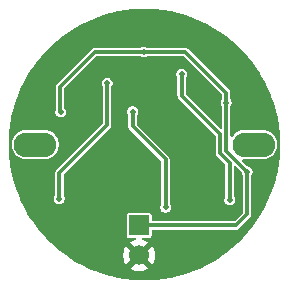
<source format=gbr>
%TF.GenerationSoftware,KiCad,Pcbnew,9.0.1*%
%TF.CreationDate,2025-10-15T21:57:33+02:00*%
%TF.ProjectId,Air_pump_controler,4169725f-7075-46d7-905f-636f6e74726f,0.1*%
%TF.SameCoordinates,Original*%
%TF.FileFunction,Copper,L2,Bot*%
%TF.FilePolarity,Positive*%
%FSLAX46Y46*%
G04 Gerber Fmt 4.6, Leading zero omitted, Abs format (unit mm)*
G04 Created by KiCad (PCBNEW 9.0.1) date 2025-10-15 21:57:33*
%MOMM*%
%LPD*%
G01*
G04 APERTURE LIST*
%TA.AperFunction,ComponentPad*%
%ADD10O,3.600000X2.100000*%
%TD*%
%TA.AperFunction,ComponentPad*%
%ADD11C,1.700000*%
%TD*%
%TA.AperFunction,ComponentPad*%
%ADD12R,1.700000X1.700000*%
%TD*%
%TA.AperFunction,ViaPad*%
%ADD13C,0.500000*%
%TD*%
%TA.AperFunction,Conductor*%
%ADD14C,0.300000*%
%TD*%
G04 APERTURE END LIST*
D10*
%TO.P,J4,1,Pin_1*%
%TO.N,Net-(D1-A)*%
X166650000Y-89300000D03*
%TO.P,J4,2,Pin_2*%
%TO.N,Net-(D1-K)*%
X148150000Y-89300000D03*
%TD*%
D11*
%TO.P,J2,2,Pin_2*%
%TO.N,GND*%
X156950001Y-98690000D03*
D12*
%TO.P,J2,1,Pin_1*%
%TO.N,+5V*%
X156950000Y-96150000D03*
%TD*%
D13*
%TO.N,GND*%
X161950000Y-95200000D03*
X155650000Y-85750000D03*
X155550000Y-82450000D03*
X159700000Y-87200000D03*
X161300000Y-87200000D03*
X152800000Y-83950000D03*
X153000000Y-85700000D03*
X151450000Y-85700000D03*
X147750000Y-87250000D03*
%TO.N,/AN_V_IN*%
X154250000Y-84100000D03*
%TO.N,GND*%
X158900000Y-82550000D03*
X162950000Y-86400000D03*
X157700000Y-84650000D03*
X156750000Y-84650000D03*
X157700000Y-83700000D03*
X156750000Y-83700000D03*
X167950000Y-92450000D03*
X162850000Y-98700000D03*
X151800000Y-98450000D03*
X155200000Y-97850000D03*
X159150000Y-98700000D03*
X158150000Y-94600000D03*
X155650000Y-94550000D03*
X153150000Y-95500000D03*
X149650000Y-96150000D03*
X147550000Y-93350000D03*
X149700000Y-91150000D03*
X158400000Y-91400000D03*
X156900000Y-91400000D03*
X155350000Y-91400000D03*
X164100000Y-83550000D03*
X168000000Y-86700000D03*
X157200000Y-78350000D03*
X162500000Y-80050000D03*
X151650000Y-80100000D03*
%TO.N,/LS_SW*%
X156400000Y-86500000D03*
%TO.N,GND*%
X162900000Y-96800000D03*
X162900000Y-95200000D03*
%TO.N,+5V*%
X150300000Y-86550000D03*
X157350000Y-81450000D03*
%TO.N,/LS_SW*%
X159190000Y-94610000D03*
%TO.N,/AN_TEMP*%
X160550000Y-83350000D03*
X164610000Y-93960000D03*
%TO.N,/AN_V_IN*%
X150200000Y-93870000D03*
%TO.N,+5V*%
X164330000Y-85750000D03*
X166100000Y-91600000D03*
%TD*%
D14*
%TO.N,+5V*%
X153200000Y-81450000D02*
X159692356Y-81450000D01*
X150250000Y-84400000D02*
X153200000Y-81450000D01*
X150300000Y-86550000D02*
X150250000Y-86500000D01*
X150250000Y-86500000D02*
X150250000Y-84400000D01*
%TO.N,/LS_SW*%
X156400000Y-86500000D02*
X156400000Y-87750000D01*
X156400000Y-87750000D02*
X159190000Y-90540000D01*
X159190000Y-90540000D02*
X159190000Y-94610000D01*
%TO.N,/AN_V_IN*%
X154250000Y-87650000D02*
X150200000Y-91700000D01*
X154250000Y-84100000D02*
X154250000Y-87650000D01*
X150200000Y-91700000D02*
X150200000Y-93870000D01*
%TO.N,/AN_TEMP*%
X164610000Y-90818520D02*
X164610000Y-93960000D01*
X163829000Y-90037521D02*
X164610000Y-90818520D01*
X163790000Y-88390000D02*
X163790000Y-89940000D01*
X163790000Y-89940000D02*
X163829000Y-89979000D01*
X163829000Y-89979000D02*
X163829000Y-90037521D01*
X160550000Y-83350000D02*
X160550000Y-85150000D01*
X160550000Y-85150000D02*
X163790000Y-88390000D01*
%TO.N,+5V*%
X164330000Y-89830000D02*
X166100000Y-91600000D01*
X164330000Y-85750000D02*
X164330000Y-89830000D01*
X164330000Y-84930000D02*
X164330000Y-85750000D01*
X157350000Y-81450000D02*
X160850000Y-81450000D01*
X160850000Y-81450000D02*
X164330000Y-84930000D01*
X165150000Y-96150000D02*
X156950000Y-96150000D01*
X166100000Y-95200000D02*
X165150000Y-96150000D01*
X166100000Y-91600000D02*
X166100000Y-95200000D01*
%TD*%
%TA.AperFunction,Conductor*%
%TO.N,GND*%
G36*
X157725010Y-77805163D02*
G01*
X158364063Y-77841051D01*
X158369015Y-77841470D01*
X159005049Y-77913133D01*
X159009966Y-77913828D01*
X159640981Y-78021043D01*
X159645876Y-78022015D01*
X160269886Y-78164441D01*
X160274690Y-78165681D01*
X160889751Y-78342876D01*
X160894462Y-78344377D01*
X161498645Y-78555790D01*
X161503263Y-78557554D01*
X162094613Y-78802499D01*
X162099136Y-78804523D01*
X162675809Y-79082234D01*
X162680244Y-79084525D01*
X163240432Y-79394130D01*
X163244729Y-79396665D01*
X163786674Y-79737192D01*
X163790793Y-79739943D01*
X164312824Y-80110344D01*
X164316783Y-80113323D01*
X164671051Y-80395843D01*
X164817206Y-80512398D01*
X164821020Y-80515619D01*
X165298249Y-80942097D01*
X165301877Y-80945526D01*
X165754473Y-81398122D01*
X165757902Y-81401750D01*
X166184380Y-81878979D01*
X166187601Y-81882793D01*
X166562069Y-82352361D01*
X166586664Y-82383201D01*
X166589659Y-82387181D01*
X166960045Y-82909190D01*
X166962813Y-82913333D01*
X167063381Y-83073387D01*
X167303332Y-83455267D01*
X167305869Y-83459567D01*
X167615474Y-84019755D01*
X167617765Y-84024190D01*
X167895468Y-84600846D01*
X167897507Y-84605403D01*
X168107366Y-85112048D01*
X168142436Y-85196713D01*
X168144215Y-85201373D01*
X168240570Y-85476738D01*
X168355614Y-85805514D01*
X168357130Y-85810271D01*
X168534314Y-86425294D01*
X168535561Y-86430128D01*
X168677983Y-87054122D01*
X168678956Y-87059018D01*
X168786171Y-87690033D01*
X168786869Y-87694976D01*
X168858528Y-88330972D01*
X168858948Y-88335947D01*
X168894836Y-88974989D01*
X168894976Y-88979979D01*
X168894976Y-89620020D01*
X168894836Y-89625010D01*
X168858948Y-90264052D01*
X168858528Y-90269027D01*
X168786869Y-90905023D01*
X168786171Y-90909966D01*
X168678956Y-91540981D01*
X168677983Y-91545877D01*
X168535561Y-92169871D01*
X168534314Y-92174705D01*
X168357130Y-92789728D01*
X168355614Y-92794485D01*
X168144217Y-93398622D01*
X168142436Y-93403286D01*
X167897507Y-93994596D01*
X167895468Y-93999153D01*
X167617765Y-94575809D01*
X167615474Y-94580244D01*
X167305869Y-95140432D01*
X167303332Y-95144732D01*
X166962818Y-95686658D01*
X166960045Y-95690809D01*
X166589666Y-96212809D01*
X166586664Y-96216798D01*
X166187601Y-96717206D01*
X166184380Y-96721020D01*
X165757902Y-97198249D01*
X165754473Y-97201877D01*
X165301877Y-97654473D01*
X165298249Y-97657902D01*
X164821020Y-98084380D01*
X164817206Y-98087601D01*
X164316798Y-98486664D01*
X164312809Y-98489666D01*
X163790809Y-98860045D01*
X163786658Y-98862818D01*
X163244732Y-99203332D01*
X163240432Y-99205869D01*
X162680244Y-99515474D01*
X162675809Y-99517765D01*
X162099153Y-99795468D01*
X162094596Y-99797507D01*
X161503286Y-100042436D01*
X161498622Y-100044217D01*
X160894485Y-100255614D01*
X160889728Y-100257130D01*
X160274705Y-100434314D01*
X160269871Y-100435561D01*
X159645877Y-100577983D01*
X159640981Y-100578956D01*
X159009966Y-100686171D01*
X159005023Y-100686869D01*
X158369027Y-100758528D01*
X158364052Y-100758948D01*
X157725011Y-100794836D01*
X157720021Y-100794976D01*
X157079979Y-100794976D01*
X157074989Y-100794836D01*
X156435947Y-100758948D01*
X156430972Y-100758528D01*
X155794976Y-100686869D01*
X155790033Y-100686171D01*
X155159018Y-100578956D01*
X155154122Y-100577983D01*
X154530128Y-100435561D01*
X154525294Y-100434314D01*
X153910271Y-100257130D01*
X153905514Y-100255614D01*
X153301377Y-100044217D01*
X153296713Y-100042436D01*
X153210576Y-100006757D01*
X152705403Y-99797507D01*
X152700846Y-99795468D01*
X152124190Y-99517765D01*
X152119755Y-99515474D01*
X151559567Y-99205869D01*
X151555267Y-99203332D01*
X151226902Y-98997007D01*
X151013333Y-98862813D01*
X151009198Y-98860050D01*
X150487181Y-98489659D01*
X150483211Y-98486671D01*
X150236346Y-98289803D01*
X149982793Y-98087601D01*
X149978979Y-98084380D01*
X149501750Y-97657902D01*
X149498122Y-97654473D01*
X149045526Y-97201877D01*
X149042097Y-97198249D01*
X148615619Y-96721020D01*
X148612398Y-96717206D01*
X148383733Y-96430470D01*
X148213323Y-96216783D01*
X148210344Y-96212824D01*
X147839943Y-95690793D01*
X147837192Y-95686674D01*
X147496665Y-95144729D01*
X147494130Y-95140432D01*
X147477936Y-95111132D01*
X147184525Y-94580244D01*
X147182234Y-94575809D01*
X147170138Y-94550691D01*
X146904523Y-93999136D01*
X146902499Y-93994613D01*
X146826316Y-93810691D01*
X149749500Y-93810691D01*
X149749500Y-93929309D01*
X149766994Y-93994596D01*
X149780200Y-94043885D01*
X149780201Y-94043886D01*
X149839511Y-94146613D01*
X149923387Y-94230489D01*
X150026114Y-94289799D01*
X150140691Y-94320500D01*
X150140694Y-94320500D01*
X150259306Y-94320500D01*
X150259309Y-94320500D01*
X150373886Y-94289799D01*
X150476613Y-94230489D01*
X150560489Y-94146613D01*
X150619799Y-94043886D01*
X150650500Y-93929309D01*
X150650500Y-93810691D01*
X150619799Y-93696114D01*
X150562424Y-93596738D01*
X150550500Y-93552238D01*
X150550500Y-91882047D01*
X150571322Y-91824839D01*
X150576556Y-91819125D01*
X154530470Y-87865212D01*
X154576614Y-87785288D01*
X154600500Y-87696144D01*
X154600500Y-86440691D01*
X155949500Y-86440691D01*
X155949500Y-86559309D01*
X155962898Y-86609309D01*
X155980200Y-86673885D01*
X155980201Y-86673886D01*
X156037576Y-86773262D01*
X156049500Y-86817761D01*
X156049500Y-87796140D01*
X156049501Y-87796150D01*
X156068006Y-87865210D01*
X156068006Y-87865211D01*
X156073384Y-87885284D01*
X156073385Y-87885287D01*
X156073386Y-87885288D01*
X156119530Y-87965212D01*
X158813433Y-90659115D01*
X158839161Y-90714290D01*
X158839500Y-90722047D01*
X158839500Y-94292238D01*
X158827576Y-94336738D01*
X158770202Y-94436111D01*
X158770201Y-94436114D01*
X158739500Y-94550691D01*
X158739500Y-94669309D01*
X158757741Y-94737385D01*
X158770200Y-94783885D01*
X158770201Y-94783886D01*
X158829511Y-94886613D01*
X158913387Y-94970489D01*
X159016114Y-95029799D01*
X159130691Y-95060500D01*
X159130694Y-95060500D01*
X159249306Y-95060500D01*
X159249309Y-95060500D01*
X159363886Y-95029799D01*
X159466613Y-94970489D01*
X159550489Y-94886613D01*
X159609799Y-94783886D01*
X159640500Y-94669309D01*
X159640500Y-94550691D01*
X159609799Y-94436114D01*
X159552424Y-94336738D01*
X159540500Y-94292238D01*
X159540500Y-90493858D01*
X159540500Y-90493856D01*
X159516614Y-90404712D01*
X159496298Y-90369524D01*
X159496297Y-90369522D01*
X159496297Y-90369521D01*
X159470472Y-90324790D01*
X159470470Y-90324788D01*
X156776567Y-87630884D01*
X156750839Y-87575709D01*
X156750500Y-87567952D01*
X156750500Y-86817761D01*
X156762423Y-86773262D01*
X156819799Y-86673886D01*
X156850500Y-86559309D01*
X156850500Y-86440691D01*
X156819799Y-86326114D01*
X156760489Y-86223387D01*
X156676613Y-86139511D01*
X156617302Y-86105267D01*
X156573885Y-86080200D01*
X156519273Y-86065567D01*
X156459309Y-86049500D01*
X156340691Y-86049500D01*
X156289633Y-86063180D01*
X156226114Y-86080200D01*
X156123387Y-86139511D01*
X156039511Y-86223387D01*
X155980200Y-86326114D01*
X155966804Y-86376113D01*
X155949500Y-86440691D01*
X154600500Y-86440691D01*
X154600500Y-84417761D01*
X154612423Y-84373262D01*
X154669799Y-84273886D01*
X154700500Y-84159309D01*
X154700500Y-84040691D01*
X154669799Y-83926114D01*
X154610489Y-83823387D01*
X154526613Y-83739511D01*
X154467302Y-83705267D01*
X154423885Y-83680200D01*
X154369273Y-83665567D01*
X154309309Y-83649500D01*
X154190691Y-83649500D01*
X154139633Y-83663180D01*
X154076114Y-83680200D01*
X153973387Y-83739511D01*
X153889511Y-83823387D01*
X153830200Y-83926114D01*
X153813180Y-83989633D01*
X153799500Y-84040691D01*
X153799500Y-84159309D01*
X153817741Y-84227385D01*
X153830200Y-84273885D01*
X153830201Y-84273886D01*
X153887576Y-84373262D01*
X153899500Y-84417761D01*
X153899500Y-87467952D01*
X153878678Y-87525160D01*
X153873433Y-87530884D01*
X149919529Y-91484788D01*
X149879656Y-91553853D01*
X149879655Y-91553854D01*
X149873385Y-91564712D01*
X149873385Y-91564713D01*
X149859594Y-91616180D01*
X149849500Y-91653856D01*
X149849500Y-91653858D01*
X149849500Y-93552238D01*
X149837576Y-93596738D01*
X149780202Y-93696111D01*
X149780201Y-93696114D01*
X149749500Y-93810691D01*
X146826316Y-93810691D01*
X146657554Y-93403263D01*
X146655790Y-93398645D01*
X146444377Y-92794462D01*
X146442876Y-92789751D01*
X146265681Y-92174690D01*
X146264438Y-92169871D01*
X146198744Y-91882047D01*
X146122015Y-91545876D01*
X146121043Y-91540981D01*
X146013828Y-90909966D01*
X146013133Y-90905049D01*
X145941470Y-90269015D01*
X145941051Y-90264052D01*
X145940415Y-90252733D01*
X145905164Y-89625010D01*
X145905024Y-89620020D01*
X145905024Y-89201583D01*
X146149500Y-89201583D01*
X146149500Y-89398416D01*
X146180291Y-89592828D01*
X146190748Y-89625010D01*
X146241116Y-89780025D01*
X146327257Y-89949087D01*
X146330477Y-89955407D01*
X146330479Y-89955410D01*
X146446167Y-90114640D01*
X146446169Y-90114642D01*
X146446172Y-90114646D01*
X146585354Y-90253828D01*
X146585357Y-90253830D01*
X146585359Y-90253832D01*
X146744589Y-90369520D01*
X146744592Y-90369522D01*
X146744595Y-90369524D01*
X146919975Y-90458884D01*
X147107174Y-90519709D01*
X147301583Y-90550500D01*
X148998417Y-90550500D01*
X149192826Y-90519709D01*
X149380025Y-90458884D01*
X149555405Y-90369524D01*
X149714646Y-90253828D01*
X149853828Y-90114646D01*
X149969524Y-89955405D01*
X150058884Y-89780025D01*
X150119709Y-89592826D01*
X150150500Y-89398417D01*
X150150500Y-89201583D01*
X150119709Y-89007174D01*
X150058884Y-88819975D01*
X149969524Y-88644595D01*
X149969520Y-88644589D01*
X149853832Y-88485359D01*
X149853830Y-88485357D01*
X149853828Y-88485354D01*
X149714646Y-88346172D01*
X149714642Y-88346169D01*
X149714640Y-88346167D01*
X149555410Y-88230479D01*
X149555407Y-88230477D01*
X149549087Y-88227257D01*
X149380025Y-88141116D01*
X149317625Y-88120841D01*
X149192828Y-88080291D01*
X148998417Y-88049500D01*
X147301583Y-88049500D01*
X147107171Y-88080291D01*
X146919975Y-88141116D01*
X146744592Y-88230477D01*
X146744589Y-88230479D01*
X146585359Y-88346167D01*
X146446167Y-88485359D01*
X146330479Y-88644589D01*
X146330477Y-88644592D01*
X146241116Y-88819975D01*
X146180291Y-89007171D01*
X146149500Y-89201583D01*
X145905024Y-89201583D01*
X145905024Y-88979979D01*
X145905164Y-88974989D01*
X145923718Y-88644592D01*
X145941052Y-88335933D01*
X145941471Y-88330972D01*
X145952794Y-88230477D01*
X146013134Y-87694945D01*
X146013828Y-87690033D01*
X146121043Y-87059018D01*
X146122016Y-87054122D01*
X146141262Y-86969799D01*
X146250616Y-86490691D01*
X149849500Y-86490691D01*
X149849500Y-86609309D01*
X149867741Y-86677385D01*
X149880200Y-86723885D01*
X149880201Y-86723886D01*
X149939511Y-86826613D01*
X150023387Y-86910489D01*
X150126114Y-86969799D01*
X150240691Y-87000500D01*
X150240694Y-87000500D01*
X150359306Y-87000500D01*
X150359309Y-87000500D01*
X150473886Y-86969799D01*
X150576613Y-86910489D01*
X150660489Y-86826613D01*
X150719799Y-86723886D01*
X150750500Y-86609309D01*
X150750500Y-86490691D01*
X150719799Y-86376114D01*
X150660489Y-86273387D01*
X150660486Y-86273384D01*
X150626567Y-86239464D01*
X150600839Y-86184288D01*
X150600500Y-86176532D01*
X150600500Y-84582048D01*
X150621322Y-84524840D01*
X150626567Y-84519115D01*
X153319115Y-81826567D01*
X153374291Y-81800839D01*
X153382048Y-81800500D01*
X157032239Y-81800500D01*
X157076737Y-81812423D01*
X157176114Y-81869799D01*
X157290691Y-81900500D01*
X157290694Y-81900500D01*
X157409306Y-81900500D01*
X157409309Y-81900500D01*
X157523886Y-81869799D01*
X157623262Y-81812423D01*
X157667761Y-81800500D01*
X160667952Y-81800500D01*
X160725160Y-81821322D01*
X160730885Y-81826567D01*
X163953433Y-85049115D01*
X163979161Y-85104291D01*
X163979500Y-85112048D01*
X163979500Y-85432238D01*
X163967576Y-85476738D01*
X163910202Y-85576111D01*
X163910201Y-85576114D01*
X163879500Y-85690691D01*
X163879500Y-85809309D01*
X163897741Y-85877385D01*
X163910200Y-85923885D01*
X163910201Y-85923886D01*
X163967576Y-86023262D01*
X163979500Y-86067761D01*
X163979500Y-87868952D01*
X163958678Y-87926160D01*
X163905955Y-87956600D01*
X163846000Y-87946028D01*
X163827567Y-87931885D01*
X160926567Y-85030885D01*
X160900839Y-84975709D01*
X160900500Y-84967952D01*
X160900500Y-83667761D01*
X160912423Y-83623262D01*
X160969799Y-83523886D01*
X161000500Y-83409309D01*
X161000500Y-83290691D01*
X160969799Y-83176114D01*
X160910489Y-83073387D01*
X160826613Y-82989511D01*
X160751779Y-82946305D01*
X160723885Y-82930200D01*
X160653048Y-82911220D01*
X160609309Y-82899500D01*
X160490691Y-82899500D01*
X160446952Y-82911220D01*
X160376114Y-82930200D01*
X160273387Y-82989511D01*
X160189511Y-83073387D01*
X160130200Y-83176114D01*
X160113180Y-83239633D01*
X160099500Y-83290691D01*
X160099500Y-83409309D01*
X160112383Y-83457388D01*
X160130200Y-83523885D01*
X160130201Y-83523886D01*
X160187576Y-83623262D01*
X160199500Y-83667761D01*
X160199500Y-85196146D01*
X160203338Y-85210466D01*
X160203338Y-85210469D01*
X160223384Y-85285283D01*
X160223384Y-85285284D01*
X160223385Y-85285287D01*
X160223386Y-85285288D01*
X160269530Y-85365212D01*
X163413433Y-88509115D01*
X163439161Y-88564290D01*
X163439500Y-88572047D01*
X163439500Y-89986144D01*
X163456744Y-90050500D01*
X163463386Y-90075288D01*
X163484088Y-90111146D01*
X163486121Y-90115834D01*
X163486258Y-90118122D01*
X163490433Y-90128201D01*
X163497670Y-90155209D01*
X163497670Y-90155211D01*
X163502384Y-90172803D01*
X163502384Y-90172805D01*
X163548530Y-90252733D01*
X164233432Y-90937634D01*
X164259161Y-90992810D01*
X164259500Y-91000567D01*
X164259500Y-93642238D01*
X164247576Y-93686738D01*
X164190202Y-93786111D01*
X164190201Y-93786114D01*
X164159500Y-93900691D01*
X164159500Y-94019309D01*
X164177741Y-94087385D01*
X164190200Y-94133885D01*
X164190201Y-94133886D01*
X164249511Y-94236613D01*
X164333387Y-94320489D01*
X164436114Y-94379799D01*
X164550691Y-94410500D01*
X164550694Y-94410500D01*
X164669306Y-94410500D01*
X164669309Y-94410500D01*
X164783886Y-94379799D01*
X164886613Y-94320489D01*
X164970489Y-94236613D01*
X165029799Y-94133886D01*
X165060500Y-94019309D01*
X165060500Y-93900691D01*
X165029799Y-93786114D01*
X164977837Y-93696114D01*
X164972424Y-93686738D01*
X164960500Y-93642238D01*
X164960500Y-91171048D01*
X164981322Y-91113840D01*
X165034045Y-91083400D01*
X165094000Y-91093972D01*
X165112433Y-91108115D01*
X165627467Y-91623149D01*
X165650501Y-91663047D01*
X165680198Y-91773878D01*
X165680200Y-91773884D01*
X165680201Y-91773886D01*
X165737576Y-91873262D01*
X165749500Y-91917761D01*
X165749500Y-95017952D01*
X165728678Y-95075160D01*
X165723433Y-95080885D01*
X165030885Y-95773433D01*
X164975709Y-95799161D01*
X164967952Y-95799500D01*
X158089500Y-95799500D01*
X158032292Y-95778678D01*
X158001852Y-95725955D01*
X158000500Y-95710500D01*
X158000500Y-95280255D01*
X158000499Y-95280247D01*
X157988867Y-95221768D01*
X157944554Y-95155451D01*
X157944552Y-95155448D01*
X157928515Y-95144732D01*
X157878231Y-95111132D01*
X157819752Y-95099500D01*
X157819748Y-95099500D01*
X156080252Y-95099500D01*
X156080247Y-95099500D01*
X156021768Y-95111132D01*
X155955451Y-95155445D01*
X155955445Y-95155451D01*
X155911132Y-95221768D01*
X155899500Y-95280247D01*
X155899500Y-97019752D01*
X155911132Y-97078231D01*
X155955445Y-97144548D01*
X155955448Y-97144552D01*
X155955451Y-97144554D01*
X156021768Y-97188867D01*
X156068935Y-97198249D01*
X156080252Y-97200500D01*
X156080256Y-97200500D01*
X156603595Y-97200500D01*
X156660803Y-97221322D01*
X156691243Y-97274045D01*
X156680671Y-97334000D01*
X156634035Y-97373133D01*
X156631098Y-97374144D01*
X156431775Y-97438908D01*
X156431771Y-97438910D01*
X156242454Y-97535372D01*
X156242440Y-97535380D01*
X156188283Y-97574728D01*
X156188283Y-97574729D01*
X156820592Y-98207037D01*
X156757008Y-98224075D01*
X156642994Y-98289901D01*
X156549902Y-98382993D01*
X156484076Y-98497007D01*
X156467038Y-98560590D01*
X155834730Y-97928282D01*
X155834729Y-97928282D01*
X155795381Y-97982439D01*
X155795373Y-97982453D01*
X155698911Y-98171770D01*
X155698909Y-98171774D01*
X155633243Y-98373872D01*
X155600001Y-98583753D01*
X155600001Y-98796246D01*
X155633243Y-99006127D01*
X155698909Y-99208225D01*
X155698911Y-99208229D01*
X155795373Y-99397546D01*
X155795381Y-99397560D01*
X155834729Y-99451716D01*
X156467038Y-98819407D01*
X156484076Y-98882993D01*
X156549902Y-98997007D01*
X156642994Y-99090099D01*
X156757008Y-99155925D01*
X156820590Y-99172962D01*
X156188283Y-99805269D01*
X156242447Y-99844623D01*
X156242454Y-99844627D01*
X156431771Y-99941089D01*
X156431775Y-99941091D01*
X156633873Y-100006757D01*
X156843754Y-100040000D01*
X157056248Y-100040000D01*
X157266128Y-100006757D01*
X157468226Y-99941091D01*
X157468230Y-99941089D01*
X157657541Y-99844630D01*
X157657557Y-99844620D01*
X157711717Y-99805270D01*
X157079409Y-99172962D01*
X157142994Y-99155925D01*
X157257008Y-99090099D01*
X157350100Y-98997007D01*
X157415926Y-98882993D01*
X157432963Y-98819408D01*
X158065271Y-99451716D01*
X158104621Y-99397556D01*
X158104631Y-99397540D01*
X158201090Y-99208229D01*
X158201092Y-99208225D01*
X158266758Y-99006127D01*
X158300001Y-98796246D01*
X158300001Y-98583753D01*
X158266758Y-98373872D01*
X158201092Y-98171774D01*
X158201090Y-98171770D01*
X158104628Y-97982453D01*
X158104624Y-97982446D01*
X158065270Y-97928282D01*
X157432963Y-98560589D01*
X157415926Y-98497007D01*
X157350100Y-98382993D01*
X157257008Y-98289901D01*
X157142994Y-98224075D01*
X157079408Y-98207036D01*
X157711717Y-97574728D01*
X157657561Y-97535380D01*
X157657547Y-97535372D01*
X157468230Y-97438910D01*
X157468226Y-97438908D01*
X157268904Y-97374144D01*
X157220931Y-97336663D01*
X157208273Y-97277113D01*
X157236855Y-97223360D01*
X157293301Y-97200554D01*
X157296407Y-97200500D01*
X157819744Y-97200500D01*
X157819748Y-97200500D01*
X157878231Y-97188867D01*
X157944552Y-97144552D01*
X157988867Y-97078231D01*
X158000500Y-97019748D01*
X158000500Y-96589500D01*
X158021322Y-96532292D01*
X158074045Y-96501852D01*
X158089500Y-96500500D01*
X165196142Y-96500500D01*
X165196144Y-96500500D01*
X165285288Y-96476614D01*
X165365212Y-96430470D01*
X166380470Y-95415212D01*
X166426614Y-95335288D01*
X166450500Y-95246144D01*
X166450500Y-91917761D01*
X166462423Y-91873262D01*
X166519799Y-91773886D01*
X166550500Y-91659309D01*
X166550500Y-91540691D01*
X166519799Y-91426114D01*
X166460489Y-91323387D01*
X166376613Y-91239511D01*
X166273886Y-91180201D01*
X166273885Y-91180200D01*
X166273884Y-91180200D01*
X166273878Y-91180198D01*
X166163047Y-91150501D01*
X166123149Y-91127467D01*
X165691804Y-90696122D01*
X165666076Y-90640946D01*
X165681832Y-90582141D01*
X165731702Y-90547222D01*
X165768657Y-90545285D01*
X165801583Y-90550500D01*
X165801585Y-90550500D01*
X167498417Y-90550500D01*
X167692826Y-90519709D01*
X167880025Y-90458884D01*
X168055405Y-90369524D01*
X168214646Y-90253828D01*
X168353828Y-90114646D01*
X168469524Y-89955405D01*
X168558884Y-89780025D01*
X168619709Y-89592826D01*
X168650500Y-89398417D01*
X168650500Y-89201583D01*
X168619709Y-89007174D01*
X168558884Y-88819975D01*
X168469524Y-88644595D01*
X168469520Y-88644589D01*
X168353832Y-88485359D01*
X168353830Y-88485357D01*
X168353828Y-88485354D01*
X168214646Y-88346172D01*
X168214642Y-88346169D01*
X168214640Y-88346167D01*
X168055410Y-88230479D01*
X168055407Y-88230477D01*
X168049087Y-88227257D01*
X167880025Y-88141116D01*
X167817625Y-88120841D01*
X167692828Y-88080291D01*
X167498417Y-88049500D01*
X165801583Y-88049500D01*
X165607171Y-88080291D01*
X165419975Y-88141116D01*
X165244592Y-88230477D01*
X165244589Y-88230479D01*
X165085359Y-88346167D01*
X164946167Y-88485359D01*
X164841502Y-88629418D01*
X164791031Y-88663461D01*
X164730485Y-88657097D01*
X164688194Y-88613304D01*
X164680500Y-88577105D01*
X164680500Y-86067761D01*
X164692423Y-86023262D01*
X164749799Y-85923886D01*
X164780500Y-85809309D01*
X164780500Y-85690691D01*
X164749799Y-85576114D01*
X164692424Y-85476738D01*
X164680500Y-85432238D01*
X164680500Y-84883858D01*
X164680500Y-84883856D01*
X164656614Y-84794712D01*
X164610470Y-84714788D01*
X161065212Y-81169530D01*
X160985288Y-81123386D01*
X160985287Y-81123385D01*
X160985286Y-81123385D01*
X160943914Y-81112299D01*
X160896144Y-81099500D01*
X160896142Y-81099500D01*
X157667761Y-81099500D01*
X157623262Y-81087576D01*
X157556300Y-81048915D01*
X157523885Y-81030200D01*
X157469273Y-81015567D01*
X157409309Y-80999500D01*
X157290691Y-80999500D01*
X157239633Y-81013180D01*
X157176114Y-81030200D01*
X157123059Y-81060832D01*
X157076737Y-81087576D01*
X157032239Y-81099500D01*
X153153856Y-81099500D01*
X153116180Y-81109594D01*
X153064713Y-81123385D01*
X152984789Y-81169529D01*
X149969527Y-84184791D01*
X149929234Y-84254584D01*
X149929232Y-84254587D01*
X149923387Y-84264710D01*
X149923385Y-84264713D01*
X149899500Y-84353855D01*
X149899500Y-86318839D01*
X149887577Y-86363338D01*
X149880201Y-86376113D01*
X149880201Y-86376114D01*
X149849500Y-86490691D01*
X146250616Y-86490691D01*
X146264439Y-86430127D01*
X146265678Y-86425317D01*
X146442879Y-85810238D01*
X146444374Y-85805547D01*
X146655795Y-85201342D01*
X146657549Y-85196748D01*
X146902505Y-84605373D01*
X146904517Y-84600877D01*
X147182241Y-84024175D01*
X147184517Y-84019768D01*
X147494141Y-83459548D01*
X147496656Y-83455285D01*
X147837202Y-82913308D01*
X147839932Y-82909222D01*
X148210357Y-82387157D01*
X148213310Y-82383233D01*
X148612407Y-81882781D01*
X148615609Y-81878990D01*
X149042114Y-81401731D01*
X149045508Y-81398140D01*
X149498140Y-80945508D01*
X149501731Y-80942114D01*
X149978990Y-80515609D01*
X149982781Y-80512407D01*
X150483233Y-80113310D01*
X150487157Y-80110357D01*
X151009222Y-79739932D01*
X151013308Y-79737202D01*
X151555285Y-79396656D01*
X151559548Y-79394141D01*
X152119768Y-79084517D01*
X152124175Y-79082241D01*
X152700877Y-78804517D01*
X152705373Y-78802505D01*
X153296748Y-78557549D01*
X153301342Y-78555795D01*
X153905547Y-78344374D01*
X153910238Y-78342879D01*
X154525317Y-78165678D01*
X154530104Y-78164443D01*
X155154129Y-78022014D01*
X155159018Y-78021043D01*
X155790033Y-77913828D01*
X155794945Y-77913134D01*
X156430987Y-77841469D01*
X156435933Y-77841052D01*
X157074989Y-77805163D01*
X157079979Y-77805024D01*
X157720021Y-77805024D01*
X157725010Y-77805163D01*
G37*
%TD.AperFunction*%
%TD*%
M02*

</source>
